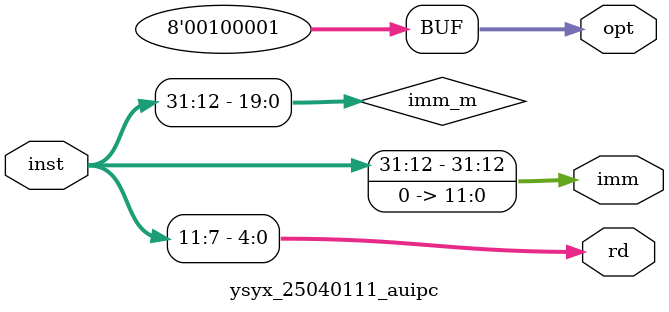
<source format=v>
module ysyx_25040111_auipc(
    input [31:7] inst,
    output [4:0] rd,
    output [31:0] imm,
    output [7:0] opt
);

    wire [31:12] imm_m;

    assign {imm_m, rd} = inst[31:7];

    assign imm = {imm_m, 12'b0};

    assign opt = 8'b00100001;

endmodule

</source>
